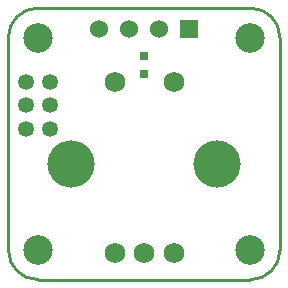
<source format=gts>
G04 (created by PCBNEW (2013-01-21 BZR 3918)-testing) date Tue 22 Jan 2013 11:48:32 PM CET*
%MOIN*%
G04 Gerber Fmt 3.4, Leading zero omitted, Abs format*
%FSLAX34Y34*%
G01*
G70*
G90*
G04 APERTURE LIST*
%ADD10C,3.14961e-06*%
%ADD11C,0.00984252*%
%ADD12C,0.0531496*%
%ADD13C,0.0688976*%
%ADD14C,0.15748*%
%ADD15O,0.15748X0.15748*%
%ADD16R,0.06X0.06*%
%ADD17C,0.06*%
%ADD18R,0.0314X0.0314*%
%ADD19C,0.0984252*%
G04 APERTURE END LIST*
G54D10*
G54D11*
X39960Y-41732D02*
X39960Y-34645D01*
X48031Y-42716D02*
X40944Y-42716D01*
X49015Y-34645D02*
X49015Y-41732D01*
X40944Y-33661D02*
X48031Y-33661D01*
X39960Y-41732D02*
G75*
G03X40944Y-42716I984J0D01*
G74*
G01*
X48031Y-42716D02*
G75*
G03X49015Y-41732I0J984D01*
G74*
G01*
X49015Y-34645D02*
G75*
G03X48031Y-33661I-984J0D01*
G74*
G01*
X40944Y-33661D02*
G75*
G03X39960Y-34645I0J-984D01*
G74*
G01*
G54D12*
X40551Y-36122D03*
X41338Y-36122D03*
X40551Y-36909D03*
X41338Y-36909D03*
X40551Y-37696D03*
X41338Y-37696D03*
G54D13*
X43503Y-41830D03*
X45472Y-41830D03*
X44488Y-41830D03*
X45472Y-36122D03*
X43503Y-36122D03*
G54D14*
X46929Y-38877D03*
G54D15*
X42047Y-38877D03*
G54D16*
X45988Y-34350D03*
G54D17*
X44988Y-34350D03*
X43988Y-34350D03*
X42988Y-34350D03*
G54D18*
X44488Y-35256D03*
X44488Y-35846D03*
G54D19*
X48031Y-41732D03*
X40944Y-34645D03*
X40944Y-41732D03*
X48031Y-34645D03*
M02*

</source>
